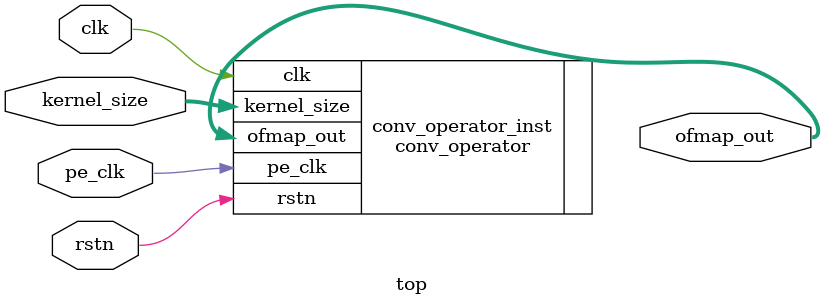
<source format=v>
/*
    
*/
// Dependencies: 
// 
// Revision:
// Revision 0.01 - File Created
// Additional Comments:
// 
//////////////////////////////////////////////////////////////////////////////////

module top#(
    parameter DATA_WIDTH = 16,
    parameter NUM_COL = 7,
    parameter NUM_ROW = 7,
    parameter BUFFER_SIZE = 512
)(
    input clk,
    input pe_clk,
    input rstn,
    input [7:0] kernel_size,
    output [2*DATA_WIDTH-1:0] ofmap_out
);

    conv_operator#(
        .DATA_WIDTH(DATA_WIDTH),
        .NUM_COL(NUM_COL),
        .NUM_ROW(NUM_ROW),
        .BUFFER_SIZE(BUFFER_SIZE)
    ) conv_operator_inst(
        .clk(clk),
        .rstn(rstn),
        .pe_clk(pe_clk),
        .kernel_size(kernel_size),
        .ofmap_out(ofmap_out)
    );

endmodule
</source>
